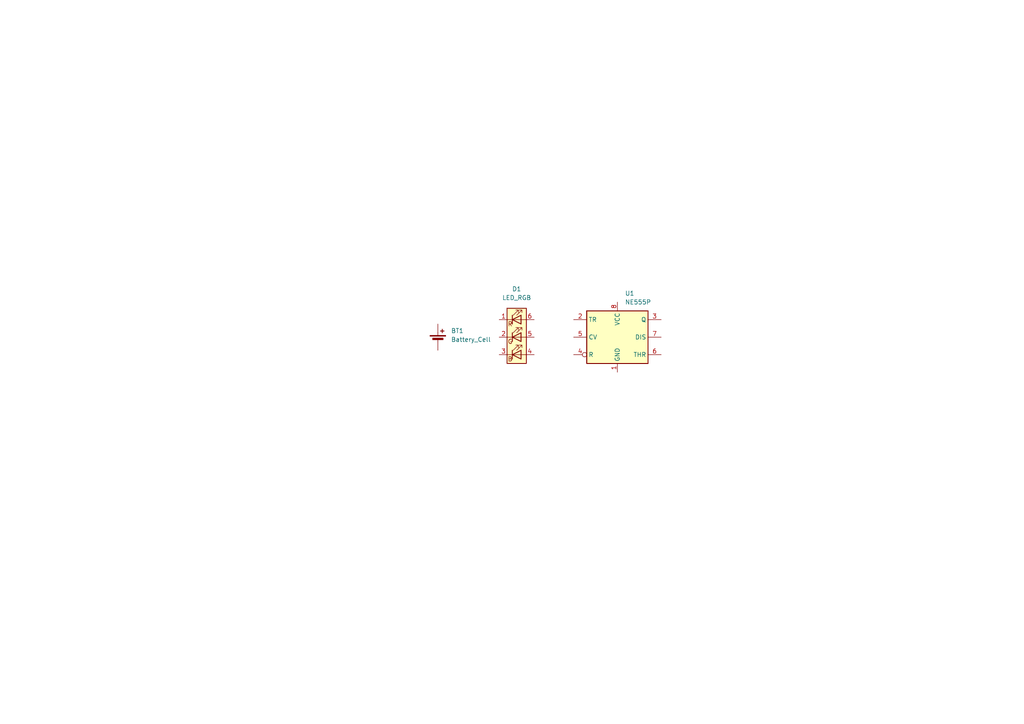
<source format=kicad_sch>
(kicad_sch (version 20231120) (generator "eeschema") (generator_version "8.0")
  (paper "A4")
  (lib_symbols
    (symbol "Device:Battery_Cell" (pin_numbers hide) (pin_names (offset 0) hide)
      (property "Reference" "BT" (at 2.54 2.54 0))
      (property "Value" "Battery_Cell" (at 2.54 0 0))
      (symbol "Battery_Cell_0_1"
        (rectangle (start -2.286 1.778) (end 2.286 1.524) (fill (type outline)))
        (rectangle (start -1.524 1.016) (end 1.524 0.508) (fill (type outline)))
        (polyline (pts (xy 0 0.762) (xy 0 0)))
        (polyline (pts (xy 0 1.778) (xy 0 2.54)))
        (polyline (pts (xy 0.762 3.048) (xy 1.778 3.048)) (stroke (width 0.254)))
        (polyline (pts (xy 1.27 3.556) (xy 1.27 2.54)) (stroke (width 0.254)))
      )
      (symbol "Battery_Cell_1_1"
        (pin passive line (at 0 5.08 270) (length 2.54) (name "+") (number "1"))
        (pin passive line (at 0 -2.54 90) (length 2.54) (name "-") (number "2"))
      )
    )
    (symbol "Device:LED_RGB" (pin_names (offset 0) hide)
      (property "Reference" "D" (at 0 9.398 0))
      (property "Value" "LED_RGB" (at 0 -8.89 0))
      (symbol "LED_RGB_0_0"
        (text "B" (at -1.905 -6.35 0) (effects (font (size 1.27 1.27))))
        (text "G" (at -1.905 -1.27 0) (effects (font (size 1.27 1.27))))
        (text "R" (at -1.905 3.81 0) (effects (font (size 1.27 1.27))))
      )
      (symbol "LED_RGB_0_1"
        (polyline (pts (xy -1.27 -5.08) (xy -2.54 -5.08)))
        (polyline (pts (xy -1.27 -5.08) (xy 1.27 -5.08)))
        (polyline (pts (xy -1.27 -3.81) (xy -1.27 -6.35)) (stroke (width 0.254)))
        (polyline (pts (xy -1.27 0) (xy -2.54 0)))
        (polyline (pts (xy -1.27 1.27) (xy -1.27 -1.27)) (stroke (width 0.254)))
        (polyline (pts (xy -1.27 5.08) (xy -2.54 5.08)))
        (polyline (pts (xy -1.27 5.08) (xy 1.27 5.08)))
        (polyline (pts (xy -1.27 6.35) (xy -1.27 3.81)) (stroke (width 0.254)))
        (polyline (pts (xy 1.27 -5.08) (xy 2.54 -5.08)))
        (polyline (pts (xy 1.27 0) (xy -1.27 0)))
        (polyline (pts (xy 1.27 0) (xy 2.54 0)))
        (polyline (pts (xy 1.27 5.08) (xy 2.54 5.08)))
        (polyline (pts (xy -1.27 1.27) (xy -1.27 -1.27) (xy -1.27 -1.27)))
        (polyline (pts (xy -1.27 6.35) (xy -1.27 3.81) (xy -1.27 3.81)))
        (polyline (pts (xy 1.27 -3.81) (xy 1.27 -6.35) (xy -1.27 -5.08) (xy 1.27 -3.81)) (stroke (width 0.254)))
        (polyline (pts (xy 1.27 1.27) (xy 1.27 -1.27) (xy -1.27 0) (xy 1.27 1.27)) (stroke (width 0.254)))
        (polyline (pts (xy 1.27 6.35) (xy 1.27 3.81) (xy -1.27 5.08) (xy 1.27 6.35)) (stroke (width 0.254)))
        (polyline (pts (xy -1.016 -3.81) (xy 0.508 -2.286) (xy -0.254 -2.286) (xy 0.508 -2.286) (xy 0.508 -3.048)))
        (polyline (pts (xy -1.016 1.27) (xy 0.508 2.794) (xy -0.254 2.794) (xy 0.508 2.794) (xy 0.508 2.032)))
        (polyline (pts (xy -1.016 6.35) (xy 0.508 7.874) (xy -0.254 7.874) (xy 0.508 7.874) (xy 0.508 7.112)))
        (polyline (pts (xy 0 -3.81) (xy 1.524 -2.286) (xy 0.762 -2.286) (xy 1.524 -2.286) (xy 1.524 -3.048)))
        (polyline (pts (xy 0 1.27) (xy 1.524 2.794) (xy 0.762 2.794) (xy 1.524 2.794) (xy 1.524 2.032)))
        (polyline (pts (xy 0 6.35) (xy 1.524 7.874) (xy 0.762 7.874) (xy 1.524 7.874) (xy 1.524 7.112)))
        (rectangle (start 1.27 -1.27) (end 1.27 1.27))
        (rectangle (start 1.27 1.27) (end 1.27 1.27))
        (rectangle (start 1.27 3.81) (end 1.27 6.35))
        (rectangle (start 1.27 6.35) (end 1.27 6.35))
        (rectangle (start 2.794 8.382) (end -2.794 -7.62) (stroke (width 0.254)) (fill (type background)))
      )
      (symbol "LED_RGB_1_1"
        (pin passive line (at -5.08 5.08 0) (length 2.54) (name "RK") (number "1"))
        (pin passive line (at -5.08 0 0) (length 2.54) (name "GK") (number "2"))
        (pin passive line (at -5.08 -5.08 0) (length 2.54) (name "BK") (number "3"))
        (pin passive line (at 5.08 -5.08 180) (length 2.54) (name "BA") (number "4"))
        (pin passive line (at 5.08 0 180) (length 2.54) (name "GA") (number "5"))
        (pin passive line (at 5.08 5.08 180) (length 2.54) (name "RA") (number "6"))
      )
    )
    (symbol "Timer:NE555P"
      (property "Reference" "U" (at -10.16 8.89 0))
      (property "Value" "NE555P" (at 2.54 8.89 0))
      (symbol "NE555P_0_0"
        (pin power_in line (at 0 -10.16 90) (length 2.54) (name "GND") (number "1"))
        (pin power_in line (at 0 10.16 270) (length 2.54) (name "VCC") (number "8"))
      )
      (symbol "NE555P_0_1"
        (rectangle (start -8.89 -7.62) (end 8.89 7.62) (stroke (width 0.254)) (fill (type background)))
        (rectangle (start -8.89 -7.62) (end 8.89 7.62) (stroke (width 0.254)) (fill (type background)))
      )
      (symbol "NE555P_1_1"
        (pin input line (at -12.7 5.08 0) (length 3.81) (name "TR") (number "2"))
        (pin output line (at 12.7 5.08 180) (length 3.81) (name "Q") (number "3"))
        (pin input inverted (at -12.7 -5.08 0) (length 3.81) (name "R") (number "4"))
        (pin input line (at -12.7 0 0) (length 3.81) (name "CV") (number "5"))
        (pin input line (at 12.7 -5.08 180) (length 3.81) (name "THR") (number "6"))
        (pin input line (at 12.7 0 180) (length 3.81) (name "DIS") (number "7"))
      )
    )
  )
  (symbol (lib_id "Timer:NE555P") (at 179.07 97.79 0) (unit 1)
    (property "Reference" "U1" (at 181.2641 85.09 0) (effects (justify left)))
    (property "Value" "NE555P" (at 181.2641 87.63 0) (effects (justify left)))
    (property "Footprint" "Package_DIP:DIP-8_W7.62mm" (effects (hide yes)))
    (property "Datasheet" "http://www.ti.com/lit/ds/symlink/ne555.pdf" (effects (hide yes)))
    (property "Description" "Precision Timers, 555 compatible,  PDIP-8" (effects (hide yes)))
  )
  (symbol (lib_id "Device:LED_RGB") (at 149.86 97.79 0) (unit 1)
    (property "Reference" "D1" (at 149.86 83.82 0))
    (property "Value" "LED_RGB" (at 149.86 86.36 0))
    (property "Footprint" "LED_SMD:LED_WS2812_PLCC6_5.0x5.0mm_P1.6mm" (effects (hide yes)))
    (property "Description" "RGB LED, 6 pin package" (effects (hide yes)))
  )
  (symbol (lib_id "Device:Battery_Cell") (at 127 99.06 0) (unit 1)
    (property "Reference" "BT1" (at 130.81 95.9484 0) (effects (justify left)))
    (property "Value" "Battery_Cell" (at 130.81 98.4884 0) (effects (justify left)))
    (property "Footprint" "custom_footprint_library:battery_holder_coin" (effects (hide yes)))
    (property "Description" "Single-cell battery" (effects (hide yes)))
  )
)
</source>
